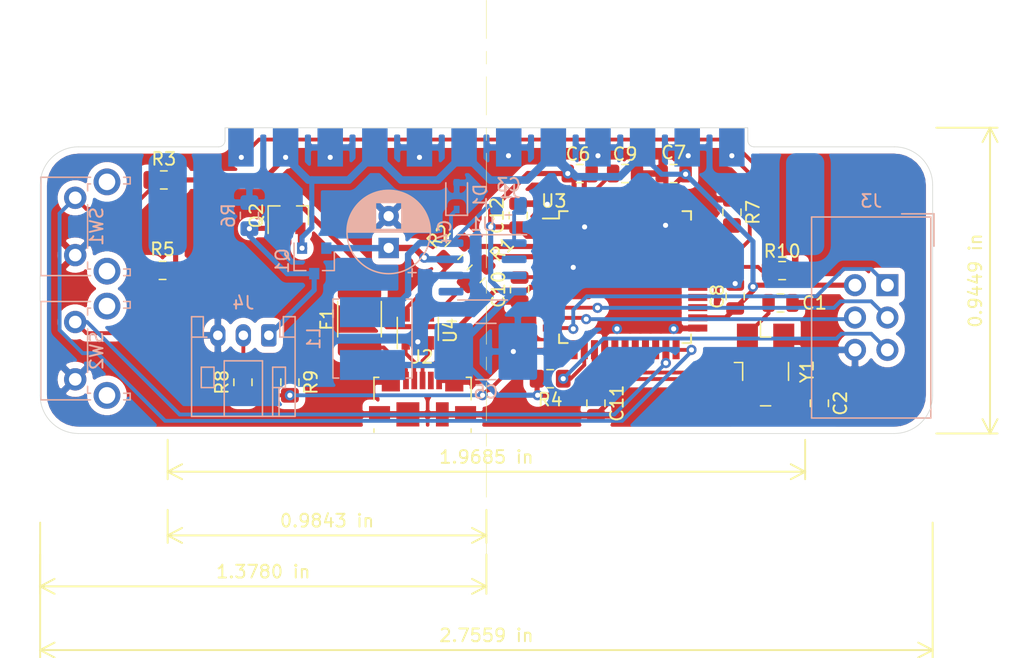
<source format=kicad_pcb>
(kicad_pcb (version 20171130) (host pcbnew "(5.1.5-0-10_14)")
  (layers (0 F.Cu signal) (31 B.Cu signal) (34 B.Paste user) (35 F.Paste user) (36 B.SilkS user) (37 F.SilkS user) (38 B.Mask user) (39 F.Mask user) (44 Edge.Cuts user))
  (net 0 "")
  (net 1 "Net-(U3-Pad1)")
  (net 2 "Net-(U3-Pad8)")
  (net 3 "Net-(U3-Pad18)")
  (net 4 "Net-(U3-Pad19)")
  (net 5 "Net-(U3-Pad20)")
  (net 6 "Net-(U3-Pad25)")
  (net 7 "Net-(U3-Pad26)")
  (net 8 "Net-(U3-Pad27)")
  (net 9 "Net-(U3-Pad28)")
  (net 10 "Net-(U3-Pad31)")
  (net 11 "Net-(U3-Pad32)")
  (net 12 "Net-(U3-Pad36)")
  (net 13 "Net-(U3-Pad37)")
  (net 14 "Net-(U3-Pad38)")
  (net 15 "Net-(U3-Pad39)")
  (net 16 "Net-(U3-Pad40)")
  (net 17 "Net-(U3-Pad41)")
  (net 18 "Net-(C1-Pad1)")
  (net 19 "Net-(C2-Pad1)")
  (net 20 "Net-(C3-Pad1)")
  (net 21 "Net-(C3-Pad2)")
  (net 22 "Net-(C4-Pad1)")
  (net 23 "Net-(F1-Pad2)")
  (net 24 "Net-(J2-Pad2)")
  (net 25 "Net-(J2-Pad3)")
  (net 26 "Net-(J2-Pad4)")
  (net 27 "Net-(R1-Pad2)")
  (net 28 "Net-(R2-Pad2)")
  (net 29 VBUS)
  (net 30 GND)
  (net 31 +5V)
  (net 32 "Net-(C9-Pad2)")
  (net 33 "Net-(C10-Pad2)")
  (net 34 +12V)
  (net 35 D+)
  (net 36 D-)
  (net 37 SW1)
  (net 38 SW2)
  (net 39 "Net-(R7-Pad2)")
  (net 40 "Net-(U1-Pad2)")
  (net 41 "Net-(U1-Pad3)")
  (net 42 "Net-(U1-Pad5)")
  (net 43 SCK)
  (net 44 MOSI)
  (net 45 MISO)
  (net 46 NEO)
  (net 47 ROPT)
  (net 48 ~RST)
  (net 49 "Net-(J4-Pad2)")
  (net 50 SENSOR)
  (module led_lib:SquarePad (layer B.Cu) (at 115 72)
    (fp_text reference REF** hide)
    (fp_text value SquarePad hide)
    (pad 1 smd roundrect (at 0 0) (size 3 8) (layers B.Cu B.Paste B.Mask))
  )
  (module led_lib:SquarePad (layer B.Cu) (at 165 72)
    (fp_text reference REF** hide)
    (fp_text value SquarePad hide)
    (pad 1 smd roundrect (at 0 0) (size 3 8) (layers B.Cu B.Paste B.Mask))
  )
  (module Package_QFP:TQFP-44_10x10mm_P0.8mm (layer F.Cu) (at 150.876 77.724)
    (fp_text reference U3 (at -5.588 -5.969) (layer F.SilkS))
    (fp_text value ATmega32U4-AU)
    (pad 1 smd rect (at -5.7 -4) (size 1.5 0.55) (layers F.Cu F.Paste F.Mask) (net 1 "Net-(U3-Pad1)"))
    (pad 2 smd rect (at -5.7 -3.2) (size 1.5 0.55) (layers F.Cu F.Paste F.Mask) (net 31 +5V))
    (pad 3 smd rect (at -5.7 -2.4) (size 1.5 0.55) (layers F.Cu F.Paste F.Mask) (net 36 D-))
    (pad 4 smd rect (at -5.7 -1.6) (size 1.5 0.55) (layers F.Cu F.Paste F.Mask) (net 35 D+))
    (pad 5 smd rect (at -5.7 -0.8) (size 1.5 0.55) (layers F.Cu F.Paste F.Mask) (net 30 GND))
    (pad 6 smd rect (at -5.7 0) (size 1.5 0.55) (layers F.Cu F.Paste F.Mask) (net 33 "Net-(C10-Pad2)"))
    (pad 7 smd rect (at -5.7 0.8) (size 1.5 0.55) (layers F.Cu F.Paste F.Mask) (net 29 VBUS))
    (pad 8 smd rect (at -5.7 1.6) (size 1.5 0.55) (layers F.Cu F.Paste F.Mask) (net 2 "Net-(U3-Pad8)"))
    (pad 9 smd rect (at -5.7 2.4) (size 1.5 0.55) (layers F.Cu F.Paste F.Mask) (net 43 SCK))
    (pad 10 smd rect (at -5.7 3.2) (size 1.5 0.55) (layers F.Cu F.Paste F.Mask) (net 44 MOSI))
    (pad 11 smd rect (at -5.7 4) (size 1.5 0.55) (layers F.Cu F.Paste F.Mask) (net 45 MISO))
    (pad 12 smd rect (at -4 5.7 90) (size 1.5 0.55) (layers F.Cu F.Paste F.Mask) (net 50 SENSOR))
    (pad 13 smd rect (at -3.2 5.7 90) (size 1.5 0.55) (layers F.Cu F.Paste F.Mask) (net 48 ~RST))
    (pad 14 smd rect (at -2.4 5.7 90) (size 1.5 0.55) (layers F.Cu F.Paste F.Mask) (net 31 +5V))
    (pad 15 smd rect (at -1.6 5.7 90) (size 1.5 0.55) (layers F.Cu F.Paste F.Mask) (net 30 GND))
    (pad 16 smd rect (at -0.8 5.7 90) (size 1.5 0.55) (layers F.Cu F.Paste F.Mask) (net 19 "Net-(C2-Pad1)"))
    (pad 17 smd rect (at 0 5.7 90) (size 1.5 0.55) (layers F.Cu F.Paste F.Mask) (net 18 "Net-(C1-Pad1)"))
    (pad 18 smd rect (at 0.8 5.7 90) (size 1.5 0.55) (layers F.Cu F.Paste F.Mask) (net 3 "Net-(U3-Pad18)"))
    (pad 19 smd rect (at 1.6 5.7 90) (size 1.5 0.55) (layers F.Cu F.Paste F.Mask) (net 4 "Net-(U3-Pad19)"))
    (pad 20 smd rect (at 2.4 5.7 90) (size 1.5 0.55) (layers F.Cu F.Paste F.Mask) (net 5 "Net-(U3-Pad20)"))
    (pad 21 smd rect (at 3.2 5.7 90) (size 1.5 0.55) (layers F.Cu F.Paste F.Mask) (net 38 SW2))
    (pad 22 smd rect (at 4 5.7 90) (size 1.5 0.55) (layers F.Cu F.Paste F.Mask) (net 37 SW1))
    (pad 23 smd rect (at 5.7 4) (size 1.5 0.55) (layers F.Cu F.Paste F.Mask) (net 30 GND))
    (pad 24 smd rect (at 5.7 3.2) (size 1.5 0.55) (layers F.Cu F.Paste F.Mask) (net 31 +5V))
    (pad 25 smd rect (at 5.7 2.4) (size 1.5 0.55) (layers F.Cu F.Paste F.Mask) (net 6 "Net-(U3-Pad25)"))
    (pad 26 smd rect (at 5.7 1.6) (size 1.5 0.55) (layers F.Cu F.Paste F.Mask) (net 7 "Net-(U3-Pad26)"))
    (pad 27 smd rect (at 5.7 0.8) (size 1.5 0.55) (layers F.Cu F.Paste F.Mask) (net 8 "Net-(U3-Pad27)"))
    (pad 28 smd rect (at 5.7 0) (size 1.5 0.55) (layers F.Cu F.Paste F.Mask) (net 9 "Net-(U3-Pad28)"))
    (pad 29 smd rect (at 5.7 -0.8) (size 1.5 0.55) (layers F.Cu F.Paste F.Mask) (net 47 ROPT))
    (pad 30 smd rect (at 5.7 -1.6) (size 1.5 0.55) (layers F.Cu F.Paste F.Mask) (net 46 NEO))
    (pad 31 smd rect (at 5.7 -2.4) (size 1.5 0.55) (layers F.Cu F.Paste F.Mask) (net 10 "Net-(U3-Pad31)"))
    (pad 32 smd rect (at 5.7 -3.2) (size 1.5 0.55) (layers F.Cu F.Paste F.Mask) (net 11 "Net-(U3-Pad32)"))
    (pad 33 smd rect (at 5.7 -4) (size 1.5 0.55) (layers F.Cu F.Paste F.Mask) (net 39 "Net-(R7-Pad2)"))
    (pad 34 smd rect (at 4 -5.7 90) (size 1.5 0.55) (layers F.Cu F.Paste F.Mask) (net 31 +5V))
    (pad 35 smd rect (at 3.2 -5.7 90) (size 1.5 0.55) (layers F.Cu F.Paste F.Mask) (net 30 GND))
    (pad 36 smd rect (at 2.4 -5.7 90) (size 1.5 0.55) (layers F.Cu F.Paste F.Mask) (net 12 "Net-(U3-Pad36)"))
    (pad 37 smd rect (at 1.6 -5.7 90) (size 1.5 0.55) (layers F.Cu F.Paste F.Mask) (net 13 "Net-(U3-Pad37)"))
    (pad 38 smd rect (at 0.8 -5.7 90) (size 1.5 0.55) (layers F.Cu F.Paste F.Mask) (net 14 "Net-(U3-Pad38)"))
    (pad 39 smd rect (at 0 -5.7 90) (size 1.5 0.55) (layers F.Cu F.Paste F.Mask) (net 15 "Net-(U3-Pad39)"))
    (pad 40 smd rect (at -0.8 -5.7 90) (size 1.5 0.55) (layers F.Cu F.Paste F.Mask) (net 16 "Net-(U3-Pad40)"))
    (pad 41 smd rect (at -1.6 -5.7 90) (size 1.5 0.55) (layers F.Cu F.Paste F.Mask) (net 17 "Net-(U3-Pad41)"))
    (pad 42 smd rect (at -2.4 -5.7 90) (size 1.5 0.55) (layers F.Cu F.Paste F.Mask) (net 32 "Net-(C9-Pad2)"))
    (pad 43 smd rect (at -3.2 -5.7 90) (size 1.5 0.55) (layers F.Cu F.Paste F.Mask) (net 30 GND))
    (pad 44 smd rect (at -4 -5.7 90) (size 1.5 0.55) (layers F.Cu F.Paste F.Mask) (net 31 +5V))
  )
  (module Capacitor_SMD:C_0805_2012Metric (layer F.Cu) (at 163.068 79.756)
    (fp_text reference C1 (at 2.667 0) (layer F.SilkS))
    (fp_text value 22pF)
    (pad 1 smd roundrect (at -0.9375 0) (size 0.975 1.4) (layers F.Cu F.Paste F.Mask) (net 18 "Net-(C1-Pad1)"))
    (pad 2 smd roundrect (at 0.9375 0) (size 0.975 1.4) (layers F.Cu F.Paste F.Mask) (net 30 GND))
  )
  (module Capacitor_SMD:C_0805_2012Metric (layer F.Cu) (at 166.116 87.63 270)
    (fp_text reference C2 (at 0 -1.65 90) (layer F.SilkS))
    (fp_text value 22pF)
    (pad 2 smd roundrect (at 0.9375 0 270) (size 0.975 1.4) (layers F.Cu F.Paste F.Mask) (net 30 GND))
    (pad 1 smd roundrect (at -0.9375 0 270) (size 0.975 1.4) (layers F.Cu F.Paste F.Mask) (net 19 "Net-(C2-Pad1)"))
  )
  (module Capacitor_SMD:C_0805_2012Metric (layer B.Cu) (at 141.732 72.136 180)
    (fp_text reference C3 (at 0 1.65) (layer B.SilkS) (effects (justify mirror)))
    (fp_text value 10nF)
    (pad 1 smd roundrect (at -0.9375 0 180) (size 0.975 1.4) (layers B.Cu B.Paste B.Mask) (net 20 "Net-(C3-Pad1)"))
    (pad 2 smd roundrect (at 0.9375 0 180) (size 0.975 1.4) (layers B.Cu B.Paste B.Mask) (net 21 "Net-(C3-Pad2)"))
  )
  (module Capacitor_SMD:C_2816_7142Metric (layer B.Cu) (at 139.954 83.566)
    (fp_text reference C5 (at 0 3.18) (layer B.SilkS) (effects (justify mirror)))
    (fp_text value 68uF)
    (pad 1 smd roundrect (at -2.5125 0) (size 3.025 4.45) (layers B.Cu B.Paste B.Mask) (roundrect_rratio 0.082645) (net 31 +5V))
    (pad 2 smd roundrect (at 2.5125 0) (size 3.025 4.45) (layers B.Cu B.Paste B.Mask) (roundrect_rratio 0.082645) (net 30 GND))
  )
  (module Diode_SMD:D_SOD-323 (layer B.Cu) (at 137.668 71.374 90)
    (fp_text reference D1 (at 0 1.85 90) (layer B.SilkS) (effects (justify mirror)))
    (fp_text value D_Schottky)
    (pad 1 smd rect (at -1.05 0 90) (size 0.6 0.45) (layers B.Cu B.Paste B.Mask) (net 21 "Net-(C3-Pad2)"))
    (pad 2 smd rect (at 1.05 0 90) (size 0.6 0.45) (layers B.Cu B.Paste B.Mask) (net 30 GND))
  )
  (module Inductor_SMD:L_Bourns_SRN6045TA (layer B.Cu) (at 131.064 82.55 270)
    (fp_text reference L1 (at 0 4.6 90) (layer B.SilkS) (effects (justify mirror)))
    (fp_text value 47uH)
    (pad 1 smd rect (at -2.075 0 270) (size 2.35 5.1) (layers B.Cu B.Paste B.Mask) (net 21 "Net-(C3-Pad2)"))
    (pad 2 smd rect (at 2.075 0 270) (size 2.35 5.1) (layers B.Cu B.Paste B.Mask) (net 31 +5V))
  )
  (module Fuse:Fuse_1812_4532Metric_Pad1.30x3.40mm_HandSolder (layer F.Cu) (at 130.048 81.026 270)
    (fp_text reference F1 (at 0 2.54 90) (layer F.SilkS))
    (fp_text value Polyfuse_Small)
    (pad 1 smd roundrect (at -2.225 0 270) (size 1.3 3.4) (layers F.Cu F.Paste F.Mask) (roundrect_rratio 0.192308) (net 29 VBUS))
    (pad 2 smd roundrect (at 2.225 0 270) (size 1.3 3.4) (layers F.Cu F.Paste F.Mask) (roundrect_rratio 0.192308) (net 23 "Net-(F1-Pad2)"))
  )
  (module Connector_USB:USB_Micro-B_Molex_47346-0001 (layer F.Cu) (at 134.992 87.3)
    (fp_text reference J2 (at 0 -3.3 180) (layer F.SilkS))
    (fp_text value USB_B_Micro)
    (pad 1 smd rect (at -1.3 -1.46) (size 0.45 1.38) (layers F.Cu F.Paste F.Mask) (net 23 "Net-(F1-Pad2)"))
    (pad 2 smd rect (at -0.65 -1.46) (size 0.45 1.38) (layers F.Cu F.Paste F.Mask) (net 24 "Net-(J2-Pad2)"))
    (pad 3 smd rect (at 0 -1.46) (size 0.45 1.38) (layers F.Cu F.Paste F.Mask) (net 25 "Net-(J2-Pad3)"))
    (pad 4 smd rect (at 0.65 -1.46) (size 0.45 1.38) (layers F.Cu F.Paste F.Mask) (net 26 "Net-(J2-Pad4)"))
    (pad 5 smd rect (at 1.3 -1.46) (size 0.45 1.38) (layers F.Cu F.Paste F.Mask) (net 30 GND))
    (pad 6 smd rect (at -2.4875 -1.375) (size 1.425 1.55) (layers F.Cu F.Paste F.Mask) (net 30 GND))
    (pad 6 smd rect (at 2.4875 -1.375) (size 1.425 1.55) (layers F.Cu F.Paste F.Mask) (net 30 GND))
    (pad 6 smd rect (at -3.375 1.2) (size 1.65 1.3) (layers F.Cu F.Paste F.Mask) (net 30 GND))
    (pad 6 smd rect (at 3.375 1.2) (size 1.65 1.3) (layers F.Cu F.Paste F.Mask) (net 30 GND))
    (pad 6 smd rect (at -1.15 1.2) (size 1.8 1.9) (layers F.Cu F.Paste F.Mask) (net 30 GND))
    (pad 6 smd rect (at 1.55 1.2) (size 1 1.9) (layers F.Cu F.Paste F.Mask) (net 30 GND))
  )
  (module Resistor_SMD:R_0805_2012Metric_Pad1.15x1.40mm_HandSolder (layer F.Cu) (at 139.192 77.47 225)
    (fp_text reference R1 (at -2.783879 -0.089803 45) (layer F.SilkS))
    (fp_text value 22)
    (pad 1 smd roundrect (at -1.025 0 225) (size 1.15 1.4) (layers F.Cu F.Paste F.Mask) (roundrect_rratio 0.217391) (net 35 D+))
    (pad 2 smd roundrect (at 1.025 0 225) (size 1.15 1.4) (layers F.Cu F.Paste F.Mask) (roundrect_rratio 0.217391) (net 27 "Net-(R1-Pad2)"))
  )
  (module Resistor_SMD:R_0805_2012Metric_Pad1.15x1.40mm_HandSolder (layer F.Cu) (at 137.451216 75.654784 225)
    (fp_text reference R2 (at 0.052631 1.616446 45) (layer F.SilkS))
    (fp_text value 22)
    (pad 2 smd roundrect (at 1.025 0 225) (size 1.15 1.4) (layers F.Cu F.Paste F.Mask) (roundrect_rratio 0.217391) (net 28 "Net-(R2-Pad2)"))
    (pad 1 smd roundrect (at -1.025 0 225) (size 1.15 1.4) (layers F.Cu F.Paste F.Mask) (roundrect_rratio 0.217391) (net 36 D-))
  )
  (module Package_TO_SOT_SMD:SOT-23-6 (layer F.Cu) (at 134.62 81.788 90)
    (fp_text reference U4 (at -0.127 2.54 90) (layer F.SilkS))
    (fp_text value USBLC6-2SC6)
    (pad 1 smd rect (at -1.1 -0.95 90) (size 1.06 0.65) (layers F.Cu F.Paste F.Mask) (net 24 "Net-(J2-Pad2)"))
    (pad 2 smd rect (at -1.1 0 90) (size 1.06 0.65) (layers F.Cu F.Paste F.Mask) (net 30 GND))
    (pad 3 smd rect (at -1.1 0.95 90) (size 1.06 0.65) (layers F.Cu F.Paste F.Mask) (net 25 "Net-(J2-Pad3)"))
    (pad 4 smd rect (at 1.1 0.95 90) (size 1.06 0.65) (layers F.Cu F.Paste F.Mask) (net 27 "Net-(R1-Pad2)"))
    (pad 6 smd rect (at 1.1 -0.95 90) (size 1.06 0.65) (layers F.Cu F.Paste F.Mask) (net 28 "Net-(R2-Pad2)"))
    (pad 5 smd rect (at 1.1 0 90) (size 1.06 0.65) (layers F.Cu F.Paste F.Mask) (net 29 VBUS))
  )
  (module lib:PCBEdge_x12 (layer B.Cu) (at 155.75 67.549001 180)
    (fp_text reference J1 (at 13.910999 -3.450999) (layer B.SilkS) (effects (justify mirror)))
    (fp_text value Conn_01x12_Male)
    (pad 1 connect rect (at -3.5 0 180) (size 2 3) (layers B.Cu B.Mask) (net 46 NEO))
    (pad 2 connect rect (at 0 0 180) (size 2 3) (layers B.Cu B.Mask) (net 30 GND))
    (pad 3 connect rect (at 3.5 0 180) (size 2 3) (layers B.Cu B.Mask) (net 31 +5V))
    (pad 4 connect rect (at 7 0 180) (size 2 3) (layers B.Cu B.Mask) (net 30 GND))
    (pad 5 connect rect (at 10.5 0 180) (size 2 3) (layers B.Cu B.Mask) (net 31 +5V))
    (pad 6 connect rect (at 14 0 180) (size 2 3) (layers B.Cu B.Mask) (net 30 GND))
    (pad 7 connect rect (at 17.5 0) (size 2 3) (layers B.Cu B.Mask) (net 31 +5V))
    (pad 8 connect rect (at 21 0 180) (size 2 3) (layers B.Cu B.Mask) (net 30 GND))
    (pad 9 connect rect (at 24.5 0 180) (size 2 3) (layers B.Cu B.Mask) (net 31 +5V))
    (pad 10 connect rect (at 28 0 180) (size 2 3) (layers B.Cu B.Mask) (net 30 GND))
    (pad 11 connect rect (at 31.5 0 180) (size 2 3) (layers B.Cu B.Mask) (net 31 +5V))
    (pad 12 connect rect (at 35 0 180) (size 2 3) (layers B.Cu B.Mask) (net 47 ROPT))
  )
  (module Capacitor_THT:CP_Radial_D6.3mm_P2.50mm (layer B.Cu) (at 132.334 75.438 90)
    (fp_text reference C4 (at 1.25 4.4 90) (layer B.SilkS) (effects (justify mirror)))
    (fp_text value 100uF)
    (pad 1 thru_hole rect (at 0 0 90) (size 1.6 1.6) (drill 0.8) (layers *.Cu *.Mask) (net 22 "Net-(C4-Pad1)"))
    (pad 2 thru_hole circle (at 2.5 0 90) (size 1.6 1.6) (drill 0.8) (layers *.Cu *.Mask) (net 30 GND))
  )
  (module Capacitor_SMD:C_0805_2012Metric (layer F.Cu) (at 147.32 69.596 180)
    (fp_text reference C6 (at 0.127 1.524) (layer F.SilkS))
    (fp_text value 0.1uF)
    (pad 2 smd roundrect (at 0.9375 0 180) (size 0.975 1.4) (layers F.Cu F.Paste F.Mask) (net 31 +5V))
    (pad 1 smd roundrect (at -0.9375 0 180) (size 0.975 1.4) (layers F.Cu F.Paste F.Mask) (net 30 GND))
  )
  (module Capacitor_SMD:C_0805_2012Metric (layer F.Cu) (at 154.686 69.596)
    (fp_text reference C7 (at 0 -1.65) (layer F.SilkS))
    (fp_text value 0.1uF)
    (pad 1 smd roundrect (at -0.9375 0) (size 0.975 1.4) (layers F.Cu F.Paste F.Mask) (net 30 GND))
    (pad 2 smd roundrect (at 0.9375 0) (size 0.975 1.4) (layers F.Cu F.Paste F.Mask) (net 31 +5V))
  )
  (module Capacitor_SMD:C_0805_2012Metric (layer F.Cu) (at 159.512 79.248 270)
    (fp_text reference C8 (at 0 1.397 90) (layer F.SilkS))
    (fp_text value 0.1uF)
    (pad 1 smd roundrect (at -0.9375 0 270) (size 0.975 1.4) (layers F.Cu F.Paste F.Mask) (net 30 GND))
    (pad 2 smd roundrect (at 0.9375 0 270) (size 0.975 1.4) (layers F.Cu F.Paste F.Mask) (net 31 +5V))
  )
  (module Capacitor_SMD:C_0805_2012Metric (layer F.Cu) (at 150.876 69.596 180)
    (fp_text reference C9 (at 0 1.524) (layer F.SilkS))
    (fp_text value 0.1uF)
    (pad 2 smd roundrect (at 0.9375 0 180) (size 0.975 1.4) (layers F.Cu F.Paste F.Mask) (net 32 "Net-(C9-Pad2)"))
    (pad 1 smd roundrect (at -0.9375 0 180) (size 0.975 1.4) (layers F.Cu F.Paste F.Mask) (net 30 GND))
  )
  (module Capacitor_SMD:C_0805_2012Metric (layer F.Cu) (at 142.6 78.7 90)
    (fp_text reference C10 (at 0 -1.65 90) (layer F.SilkS))
    (fp_text value 1uF)
    (pad 1 smd roundrect (at -0.9375 0 90) (size 0.975 1.4) (layers F.Cu F.Paste F.Mask) (net 30 GND))
    (pad 2 smd roundrect (at 0.9375 0 90) (size 0.975 1.4) (layers F.Cu F.Paste F.Mask) (net 33 "Net-(C10-Pad2)"))
  )
  (module Package_TO_SOT_SMD:SOT-23 (layer B.Cu) (at 126.492 76.454 270)
    (fp_text reference Q1 (at 0 2.5 270) (layer B.SilkS) (effects (justify mirror)))
    (fp_text value BSS84)
    (pad 3 smd rect (at 1 0 270) (size 0.9 0.8) (layers B.Cu B.Paste B.Mask) (net 34 +12V))
    (pad 2 smd rect (at -1 -0.95 270) (size 0.9 0.8) (layers B.Cu B.Paste B.Mask) (net 22 "Net-(C4-Pad1)"))
    (pad 1 smd rect (at -1 0.95 270) (size 0.9 0.8) (layers B.Cu B.Paste B.Mask) (net 31 +5V))
  )
  (module Package_TO_SOT_SMD:SOT-23 (layer F.Cu) (at 124.46 72.898 90)
    (fp_text reference Q2 (at 0 -2.5 90) (layer F.SilkS))
    (fp_text value BSS84)
    (pad 1 smd rect (at -1 -0.95 90) (size 0.9 0.8) (layers F.Cu F.Paste F.Mask) (net 34 +12V))
    (pad 2 smd rect (at -1 0.95 90) (size 0.9 0.8) (layers F.Cu F.Paste F.Mask) (net 31 +5V))
    (pad 3 smd rect (at 1 0 90) (size 0.9 0.8) (layers F.Cu F.Paste F.Mask) (net 29 VBUS))
  )
  (module Resistor_SMD:R_0805_2012Metric_Pad1.15x1.40mm_HandSolder (layer F.Cu) (at 114.7 70.1)
    (fp_text reference R3 (at 0 -1.65) (layer F.SilkS))
    (fp_text value 47k)
    (pad 2 smd roundrect (at 1.025 0) (size 1.15 1.4) (layers F.Cu F.Paste F.Mask) (roundrect_rratio 0.217391) (net 31 +5V))
    (pad 1 smd roundrect (at -1.025 0) (size 1.15 1.4) (layers F.Cu F.Paste F.Mask) (roundrect_rratio 0.217391) (net 37 SW1))
  )
  (module Resistor_SMD:R_0805_2012Metric_Pad1.15x1.40mm_HandSolder (layer F.Cu) (at 145 85.7 180)
    (fp_text reference R4 (at 0 -1.65) (layer F.SilkS))
    (fp_text value 10k)
    (pad 1 smd roundrect (at -1.025 0 180) (size 1.15 1.4) (layers F.Cu F.Paste F.Mask) (roundrect_rratio 0.217391) (net 48 ~RST))
    (pad 2 smd roundrect (at 1.025 0 180) (size 1.15 1.4) (layers F.Cu F.Paste F.Mask) (roundrect_rratio 0.217391) (net 31 +5V))
  )
  (module Resistor_SMD:R_0805_2012Metric_Pad1.15x1.40mm_HandSolder (layer F.Cu) (at 114.6 77.2)
    (fp_text reference R5 (at 0 -1.65) (layer F.SilkS))
    (fp_text value 47k)
    (pad 1 smd roundrect (at -1.025 0) (size 1.15 1.4) (layers F.Cu F.Paste F.Mask) (roundrect_rratio 0.217391) (net 38 SW2))
    (pad 2 smd roundrect (at 1.025 0) (size 1.15 1.4) (layers F.Cu F.Paste F.Mask) (roundrect_rratio 0.217391) (net 31 +5V))
  )
  (module Resistor_SMD:R_0805_2012Metric_Pad1.15x1.40mm_HandSolder (layer B.Cu) (at 121.412 72.898 270)
    (fp_text reference R6 (at 0 1.65 90) (layer B.SilkS) (effects (justify mirror)))
    (fp_text value 100k)
    (pad 1 smd roundrect (at -1.025 0 270) (size 1.15 1.4) (layers B.Cu B.Paste B.Mask) (roundrect_rratio 0.217391) (net 30 GND))
    (pad 2 smd roundrect (at 1.025 0 270) (size 1.15 1.4) (layers B.Cu B.Paste B.Mask) (roundrect_rratio 0.217391) (net 34 +12V))
  )
  (module Resistor_SMD:R_0805_2012Metric_Pad1.15x1.40mm_HandSolder (layer F.Cu) (at 159.258 72.644 270)
    (fp_text reference R7 (at 0 -1.65 90) (layer F.SilkS))
    (fp_text value 10k)
    (pad 2 smd roundrect (at 1.025 0 270) (size 1.15 1.4) (layers F.Cu F.Paste F.Mask) (roundrect_rratio 0.217391) (net 39 "Net-(R7-Pad2)"))
    (pad 1 smd roundrect (at -1.025 0 270) (size 1.15 1.4) (layers F.Cu F.Paste F.Mask) (roundrect_rratio 0.217391) (net 30 GND))
  )
  (module Package_SO:SOIC-8_3.9x4.9mm_P1.27mm (layer B.Cu) (at 139.7 76.962 180)
    (fp_text reference U1 (at 0 3.4) (layer B.SilkS) (effects (justify mirror)))
    (fp_text value LM2675M-5)
    (pad 1 smd roundrect (at -2.475 1.905 180) (size 1.95 0.6) (layers B.Cu B.Paste B.Mask) (net 20 "Net-(C3-Pad1)"))
    (pad 2 smd roundrect (at -2.475 0.635 180) (size 1.95 0.6) (layers B.Cu B.Paste B.Mask) (net 40 "Net-(U1-Pad2)"))
    (pad 3 smd roundrect (at -2.475 -0.635 180) (size 1.95 0.6) (layers B.Cu B.Paste B.Mask) (net 41 "Net-(U1-Pad3)"))
    (pad 4 smd roundrect (at -2.475 -1.905 180) (size 1.95 0.6) (layers B.Cu B.Paste B.Mask) (net 31 +5V))
    (pad 5 smd roundrect (at 2.475 -1.905 180) (size 1.95 0.6) (layers B.Cu B.Paste B.Mask) (net 42 "Net-(U1-Pad5)"))
    (pad 6 smd roundrect (at 2.475 -0.635 180) (size 1.95 0.6) (layers B.Cu B.Paste B.Mask) (net 30 GND))
    (pad 7 smd roundrect (at 2.475 0.635 180) (size 1.95 0.6) (layers B.Cu B.Paste B.Mask) (net 22 "Net-(C4-Pad1)"))
    (pad 8 smd roundrect (at 2.475 1.905 180) (size 1.95 0.6) (layers B.Cu B.Paste B.Mask) (net 21 "Net-(C3-Pad2)"))
  )
  (module Crystal:Crystal_SMD_EuroQuartz_MJ-4Pin_5.0x3.2mm_HandSoldering (layer F.Cu) (at 161.897 85.129 270)
    (fp_text reference Y1 (at 0 -3.25 90) (layer F.SilkS))
    (fp_text value Crystal_GND24_Small)
    (pad 1 smd rect (at -2.325 1.425 270) (size 2.85 1.65) (layers F.Cu F.Paste F.Mask) (net 18 "Net-(C1-Pad1)"))
    (pad 2 smd rect (at 2.325 1.425 270) (size 2.85 1.65) (layers F.Cu F.Paste F.Mask) (net 30 GND))
    (pad 3 smd rect (at 2.325 -1.425 270) (size 2.85 1.65) (layers F.Cu F.Paste F.Mask) (net 19 "Net-(C2-Pad1)"))
    (pad 4 smd rect (at -2.325 -1.425 270) (size 2.85 1.65) (layers F.Cu F.Paste F.Mask) (net 30 GND))
  )
  (module Capacitor_SMD:C_0805_2012Metric (layer F.Cu) (at 148.59 87.63 270)
    (fp_text reference C11 (at 0 -1.65 90) (layer F.SilkS))
    (fp_text value 0.1uF)
    (pad 1 smd roundrect (at -0.9375 0 270) (size 0.975 1.4) (layers F.Cu F.Paste F.Mask) (net 31 +5V))
    (pad 2 smd roundrect (at 0.9375 0 270) (size 0.975 1.4) (layers F.Cu F.Paste F.Mask) (net 30 GND))
  )
  (module Button_Switch_THT:SW_Tactile_SPST_Angled_PTS645Vx58-2LFS (layer B.Cu) (at 107.75 71.5 270)
    (fp_text reference SW1 (at 2.25 -1.68 90) (layer B.SilkS) (effects (justify mirror)))
    (fp_text value SW_Push)
    (pad "" thru_hole circle (at 5.76 -2.49 270) (size 2.1 2.1) (drill 1.3) (layers *.Cu *.Mask))
    (pad 2 thru_hole circle (at 4.5 0 270) (size 1.75 1.75) (drill 0.99) (layers *.Cu *.Mask) (net 30 GND))
    (pad 1 thru_hole circle (at 0 0 270) (size 1.75 1.75) (drill 0.99) (layers *.Cu *.Mask) (net 37 SW1))
    (pad "" thru_hole circle (at -1.25 -2.49 270) (size 2.1 2.1) (drill 1.3) (layers *.Cu *.Mask))
  )
  (module Button_Switch_THT:SW_Tactile_SPST_Angled_PTS645Vx58-2LFS (layer B.Cu) (at 107.75 81.25 270)
    (fp_text reference SW2 (at 2.25 -1.68 90) (layer B.SilkS) (effects (justify mirror)))
    (fp_text value SW_Push)
    (pad "" thru_hole circle (at -1.25 -2.49 270) (size 2.1 2.1) (drill 1.3) (layers *.Cu *.Mask))
    (pad 1 thru_hole circle (at 0 0 270) (size 1.75 1.75) (drill 0.99) (layers *.Cu *.Mask) (net 38 SW2))
    (pad 2 thru_hole circle (at 4.5 0 270) (size 1.75 1.75) (drill 0.99) (layers *.Cu *.Mask) (net 30 GND))
    (pad "" thru_hole circle (at 5.76 -2.49 270) (size 2.1 2.1) (drill 1.3) (layers *.Cu *.Mask))
  )
  (module Connector_IDC:IDC-Header_2x03_P2.54mm_Vertical (layer B.Cu) (at 171.45 78.359 180)
    (fp_text reference J3 (at 1.27 6.604 180) (layer B.SilkS) (effects (justify mirror)))
    (fp_text value Conn_02x03_Odd_Even)
    (pad 1 thru_hole rect (at 0 0 180) (size 1.7272 1.7272) (drill 1.016) (layers *.Cu *.Mask) (net 45 MISO))
    (pad 2 thru_hole oval (at 2.54 0 180) (size 1.7272 1.7272) (drill 1.016) (layers *.Cu *.Mask) (net 31 +5V))
    (pad 3 thru_hole oval (at 0 -2.54 180) (size 1.7272 1.7272) (drill 1.016) (layers *.Cu *.Mask) (net 43 SCK))
    (pad 4 thru_hole oval (at 2.54 -2.54 180) (size 1.7272 1.7272) (drill 1.016) (layers *.Cu *.Mask) (net 44 MOSI))
    (pad 5 thru_hole oval (at 0 -5.08 180) (size 1.7272 1.7272) (drill 1.016) (layers *.Cu *.Mask) (net 48 ~RST))
    (pad 6 thru_hole oval (at 2.54 -5.08 180) (size 1.7272 1.7272) (drill 1.016) (layers *.Cu *.Mask) (net 30 GND))
  )
  (module Connector_JST:JST_PH_S3B-PH-K_1x03_P2.00mm_Horizontal (layer B.Cu) (at 122.936 82.296 180)
    (fp_text reference J4 (at 2 2.55) (layer B.SilkS) (effects (justify mirror)))
    (fp_text value Conn_01x03_Male)
    (pad 1 thru_hole roundrect (at 0 0 180) (size 1.2 1.75) (drill 0.75) (layers *.Cu *.Mask) (roundrect_rratio 0.208333) (net 34 +12V))
    (pad 2 thru_hole oval (at 2 0 180) (size 1.2 1.75) (drill 0.75) (layers *.Cu *.Mask) (net 49 "Net-(J4-Pad2)"))
    (pad 3 thru_hole oval (at 4 0 180) (size 1.2 1.75) (drill 0.75) (layers *.Cu *.Mask) (net 30 GND))
  )
  (module Resistor_SMD:R_0805_2012Metric_Pad1.15x1.40mm_HandSolder (layer F.Cu) (at 120.904 85.979 90)
    (fp_text reference R8 (at 0 -1.65 90) (layer F.SilkS))
    (fp_text value 100k)
    (pad 2 smd roundrect (at 1.025 0 90) (size 1.15 1.4) (layers F.Cu F.Paste F.Mask) (roundrect_rratio 0.217391) (net 49 "Net-(J4-Pad2)"))
    (pad 1 smd roundrect (at -1.025 0 90) (size 1.15 1.4) (layers F.Cu F.Paste F.Mask) (roundrect_rratio 0.217391) (net 50 SENSOR))
  )
  (module Resistor_SMD:R_0805_2012Metric_Pad1.15x1.40mm_HandSolder (layer F.Cu) (at 124.587 85.979 270)
    (fp_text reference R9 (at 0 -1.65 90) (layer F.SilkS))
    (fp_text value 50k)
    (pad 1 smd roundrect (at -1.025 0 270) (size 1.15 1.4) (layers F.Cu F.Paste F.Mask) (roundrect_rratio 0.217391) (net 30 GND))
    (pad 2 smd roundrect (at 1.025 0 270) (size 1.15 1.4) (layers F.Cu F.Paste F.Mask) (roundrect_rratio 0.217391) (net 50 SENSOR))
  )
  (module Capacitor_SMD:C_0805_2012Metric (layer F.Cu) (at 142.494 72.898 90)
    (fp_text reference C12 (at 0 -1.65 90) (layer F.SilkS))
    (fp_text value 0.1uF)
    (pad 1 smd roundrect (at -0.9375 0 90) (size 0.975 1.4) (layers F.Cu F.Paste F.Mask) (net 31 +5V))
    (pad 2 smd roundrect (at 0.9375 0 90) (size 0.975 1.4) (layers F.Cu F.Paste F.Mask) (net 30 GND))
  )
  (module Resistor_SMD:R_0805_2012Metric_Pad1.15x1.40mm_HandSolder (layer F.Cu) (at 163.195 77.216 180)
    (fp_text reference R10 (at 0 1.524) (layer F.SilkS))
    (fp_text value 47k)
    (pad 1 smd roundrect (at -1.025 0 180) (size 1.15 1.4) (layers F.Cu F.Paste F.Mask) (roundrect_rratio 0.217391) (net 30 GND))
    (pad 2 smd roundrect (at 1.025 0 180) (size 1.15 1.4) (layers F.Cu F.Paste F.Mask) (roundrect_rratio 0.217391) (net 47 ROPT))
  )
  (gr_arc (start 161 67) (end 160.5 67) (angle -90) (layer Edge.Cuts) (width 0.05))
  (gr_arc (start 119 67) (end 119 67.5) (angle -90) (layer Edge.Cuts) (width 0.05))
  (dimension 35 (width 0.15) (layer F.SilkS) (gr_text "35.000 mm" (at 122.5 103.3) (layer F.SilkS) (effects (font (size 1 1) (thickness 0.15)))) (feature1 (pts (xy 105 99.5) (xy 105 102.586421))) (feature2 (pts (xy 140 99.5) (xy 140 102.586421))) (crossbar (pts (xy 140 102) (xy 105 102))) (arrow1a (pts (xy 105 102) (xy 106.126504 101.413579))) (arrow1b (pts (xy 105 102) (xy 106.126504 102.586421))) (arrow2a (pts (xy 140 102) (xy 138.873496 101.413579))) (arrow2b (pts (xy 140 102) (xy 138.873496 102.586421))))
  (dimension 70 (width 0.15) (layer F.SilkS) (gr_text "70.000 mm" (at 140 108.3) (layer F.SilkS) (effects (font (size 1 1) (thickness 0.15)))) (feature1 (pts (xy 175 97) (xy 175 107.586421))) (feature2 (pts (xy 105 97) (xy 105 107.586421))) (crossbar (pts (xy 105 107) (xy 175 107))) (arrow1a (pts (xy 175 107) (xy 173.873496 107.586421))) (arrow1b (pts (xy 175 107) (xy 173.873496 106.413579))) (arrow2a (pts (xy 105 107) (xy 106.126504 107.586421))) (arrow2b (pts (xy 105 107) (xy 106.126504 106.413579))))
  (gr_arc (start 108 70.5) (end 108 67.5) (angle -90) (layer Edge.Cuts) (width 0.05))
  (gr_arc (start 172 70.5) (end 175 70.5) (angle -90) (layer Edge.Cuts) (width 0.05))
  (dimension 25 (width 0.15) (layer F.SilkS) (gr_text "25.000 mm" (at 127.5 99.3) (layer F.SilkS) (effects (font (size 1 1) (thickness 0.15)))) (feature1 (pts (xy 115 96) (xy 115 98.586421))) (feature2 (pts (xy 140 96) (xy 140 98.586421))) (crossbar (pts (xy 140 98) (xy 115 98))) (arrow1a (pts (xy 115 98) (xy 116.126504 97.413579))) (arrow1b (pts (xy 115 98) (xy 116.126504 98.586421))) (arrow2a (pts (xy 140 98) (xy 138.873496 97.413579))) (arrow2b (pts (xy 140 98) (xy 138.873496 98.586421))))
  (gr_line (start 140 98) (end 140 101) (layer F.SilkS) (width 0.05))
  (gr_line (start 140 96) (end 140 97) (layer F.SilkS) (width 0.05))
  (gr_line (start 140 92) (end 140 95) (layer F.SilkS) (width 0.05))
  (gr_line (start 140 84) (end 140 85) (layer F.SilkS) (width 0.05))
  (gr_line (start 140 80) (end 140 83) (layer F.SilkS) (width 0.05))
  (gr_line (start 140 86) (end 140 89) (layer F.SilkS) (width 0.05))
  (gr_line (start 140 90) (end 140 91) (layer F.SilkS) (width 0.05))
  (gr_line (start 140 60) (end 140 61) (layer F.SilkS) (width 0.05))
  (gr_line (start 140 56) (end 140 59) (layer F.SilkS) (width 0.05))
  (gr_line (start 140 62) (end 140 65) (layer F.SilkS) (width 0.05))
  (gr_line (start 140 66) (end 140 67) (layer F.SilkS) (width 0.05))
  (gr_line (start 140 78) (end 140 79) (layer F.SilkS) (width 0.05))
  (gr_line (start 140 74) (end 140 77) (layer F.SilkS) (width 0.05))
  (gr_line (start 140 72) (end 140 73) (layer F.SilkS) (width 0.05))
  (gr_line (start 140 68) (end 140 71) (layer F.SilkS) (width 0.05))
  (dimension 50 (width 0.15) (layer F.SilkS) (gr_text "50.000 mm" (at 140 94.3) (layer F.SilkS) (effects (font (size 1 1) (thickness 0.15)))) (feature1 (pts (xy 165 90.5) (xy 165 93.586421))) (feature2 (pts (xy 115 90.5) (xy 115 93.586421))) (crossbar (pts (xy 115 93) (xy 165 93))) (arrow1a (pts (xy 165 93) (xy 163.873496 93.586421))) (arrow1b (pts (xy 165 93) (xy 163.873496 92.413579))) (arrow2a (pts (xy 115 93) (xy 116.126504 93.586421))) (arrow2b (pts (xy 115 93) (xy 116.126504 92.413579))))
  (dimension 24 (width 0.15) (layer F.SilkS) (gr_text "24.000 mm" (at 180.8 78 90) (layer F.SilkS) (effects (font (size 1 1) (thickness 0.15)))) (feature1 (pts (xy 175.292 66) (xy 180.086421 66))) (feature2 (pts (xy 175.292 90) (xy 180.086421 90))) (crossbar (pts (xy 179.5 90) (xy 179.5 66))) (arrow1a (pts (xy 179.5 66) (xy 180.086421 67.126504))) (arrow1b (pts (xy 179.5 66) (xy 178.913579 67.126504))) (arrow2a (pts (xy 179.5 90) (xy 180.086421 88.873496))) (arrow2b (pts (xy 179.5 90) (xy 178.913579 88.873496))))
  (gr_arc (start 108 87) (end 105 87) (angle -90) (layer Edge.Cuts) (width 0.05))
  (gr_arc (start 172 87) (end 172 90) (angle -90) (layer Edge.Cuts) (width 0.05))
  (gr_line (start 119.5 67) (end 119.5 66) (layer Edge.Cuts) (width 0.05))
  (gr_line (start 108 67.5) (end 119 67.5) (layer Edge.Cuts) (width 0.05))
  (gr_line (start 105 87) (end 105 70.5) (layer Edge.Cuts) (width 0.05))
  (gr_line (start 172 90) (end 108 90) (layer Edge.Cuts) (width 0.05))
  (gr_line (start 175 70.5) (end 175 87) (layer Edge.Cuts) (width 0.05))
  (gr_line (start 161 67.5) (end 172 67.5) (layer Edge.Cuts) (width 0.05))
  (gr_line (start 160.5 66) (end 160.5 67) (layer Edge.Cuts) (width 0.05))
  (gr_line (start 119.5 66) (end 160.5 66) (layer Edge.Cuts) (width 0.05))
  (via (at 142.113 83.566) (size 0.8) (drill 0.4) (layers F.Cu B.Cu) (net 30))
  (via (at 159.512 78.232) (size 0.8) (drill 0.4) (layers F.Cu B.Cu) (net 30))
  (segment (start 162.1305 80.456) (end 162.1305 79.756) (width 0.3) (layer F.Cu) (net 18))
  (segment (start 162.1305 80.5665) (end 162.1305 80.456) (width 0.3) (layer F.Cu) (net 18))
  (segment (start 160.472 82.225) (end 162.1305 80.5665) (width 0.3) (layer F.Cu) (net 18))
  (segment (start 160.472 82.804) (end 160.472 82.225) (width 0.3) (layer F.Cu) (net 18))
  (segment (start 150.876 84.474) (end 150.876 83.424) (width 0.3) (layer F.Cu) (net 18))
  (segment (start 151.619 85.217) (end 150.876 84.474) (width 0.3) (layer F.Cu) (net 18))
  (segment (start 158.623 85.217) (end 151.619 85.217) (width 0.3) (layer F.Cu) (net 18))
  (segment (start 160.472 83.368) (end 158.623 85.217) (width 0.3) (layer F.Cu) (net 18))
  (segment (start 160.472 82.804) (end 160.472 83.368) (width 0.3) (layer F.Cu) (net 18))
  (segment (start 165.3545 87.454) (end 166.116 86.6925) (width 0.3) (layer F.Cu) (net 19))
  (segment (start 163.322 87.454) (end 165.3545 87.454) (width 0.3) (layer F.Cu) (net 19))
  (segment (start 151.257 85.725) (end 150.076 84.544) (width 0.3) (layer F.Cu) (net 19))
  (segment (start 159.320998 85.725) (end 151.257 85.725) (width 0.3) (layer F.Cu) (net 19))
  (segment (start 159.366999 85.678999) (end 159.320998 85.725) (width 0.3) (layer F.Cu) (net 19))
  (segment (start 150.076 84.474) (end 150.076 83.424) (width 0.3) (layer F.Cu) (net 19))
  (segment (start 161.577001 85.678999) (end 159.366999 85.678999) (width 0.3) (layer F.Cu) (net 19))
  (segment (start 161.623002 85.725) (end 161.577001 85.678999) (width 0.3) (layer F.Cu) (net 19))
  (segment (start 161.925 85.725) (end 161.623002 85.725) (width 0.3) (layer F.Cu) (net 19))
  (segment (start 163.322 87.122) (end 161.925 85.725) (width 0.3) (layer F.Cu) (net 19))
  (segment (start 150.076 84.544) (end 150.076 84.474) (width 0.3) (layer F.Cu) (net 19))
  (segment (start 163.322 87.454) (end 163.322 87.122) (width 0.3) (layer F.Cu) (net 19))
  (segment (start 142.175 72.6305) (end 142.6695 72.136) (width 0.3) (layer B.Cu) (net 20))
  (segment (start 142.175 75.057) (end 142.175 72.6305) (width 0.3) (layer B.Cu) (net 20))
  (segment (start 137.225 72.867) (end 137.668 72.424) (width 0.3) (layer B.Cu) (net 21))
  (segment (start 137.225 75.057) (end 137.225 72.867) (width 0.3) (layer B.Cu) (net 21))
  (segment (start 140.146 72.136) (end 140.7945 72.136) (width 0.3) (layer B.Cu) (net 21))
  (segment (start 137.225 75.057) (end 140.146 72.136) (width 0.3) (layer B.Cu) (net 21))
  (segment (start 136.25 75.057) (end 137.225 75.057) (width 0.5) (layer B.Cu) (net 21))
  (segment (start 134.758995 75.057) (end 136.25 75.057) (width 0.5) (layer B.Cu) (net 21))
  (segment (start 132.439 80.475) (end 133.858 79.056) (width 0.5) (layer B.Cu) (net 21))
  (segment (start 133.858 75.957995) (end 134.758995 75.057) (width 0.5) (layer B.Cu) (net 21))
  (segment (start 133.858 79.056) (end 133.858 75.957995) (width 0.5) (layer B.Cu) (net 21))
  (segment (start 131.064 80.475) (end 132.439 80.475) (width 0.5) (layer B.Cu) (net 21))
  (segment (start 132.318 75.454) (end 132.334 75.438) (width 0.5) (layer B.Cu) (net 22))
  (segment (start 127.442 75.454) (end 132.318 75.454) (width 0.5) (layer B.Cu) (net 22))
  (via (at 135.128 76.200018) (size 0.8) (drill 0.4) (layers F.Cu B.Cu) (net 22))
  (segment (start 135.254982 76.327) (end 135.128 76.200018) (width 0.5) (layer B.Cu) (net 22))
  (segment (start 132.334 75.438) (end 134.365982 75.438) (width 0.5) (layer F.Cu) (net 22))
  (segment (start 137.225 76.327) (end 135.254982 76.327) (width 0.5) (layer B.Cu) (net 22))
  (segment (start 134.365982 75.438) (end 135.128 76.200018) (width 0.5) (layer F.Cu) (net 22))
  (segment (start 131.748 83.251) (end 130.048 83.251) (width 0.3) (layer F.Cu) (net 23))
  (segment (start 131.948002 83.251) (end 131.748 83.251) (width 0.3) (layer F.Cu) (net 23))
  (segment (start 133.692 84.994998) (end 131.948002 83.251) (width 0.3) (layer F.Cu) (net 23))
  (segment (start 133.692 85.84) (end 133.692 84.994998) (width 0.3) (layer F.Cu) (net 23))
  (segment (start 134.342 84.85) (end 134.342 85.84) (width 0.3) (layer F.Cu) (net 24))
  (segment (start 134.342 84.39) (end 134.342 84.85) (width 0.3) (layer F.Cu) (net 24))
  (segment (start 133.67 83.718) (end 134.342 84.39) (width 0.3) (layer F.Cu) (net 24))
  (segment (start 133.67 82.888) (end 133.67 83.718) (width 0.3) (layer F.Cu) (net 24))
  (segment (start 135.57 83.718) (end 134.992 84.296) (width 0.3) (layer F.Cu) (net 25))
  (segment (start 134.992 84.85) (end 134.992 85.84) (width 0.3) (layer F.Cu) (net 25))
  (segment (start 134.992 84.296) (end 134.992 84.85) (width 0.3) (layer F.Cu) (net 25))
  (segment (start 135.57 82.888) (end 135.57 83.718) (width 0.3) (layer F.Cu) (net 25))
  (segment (start 135.974 80.688) (end 135.57 80.688) (width 0.3) (layer F.Cu) (net 27))
  (segment (start 138.467216 78.194784) (end 135.974 80.688) (width 0.3) (layer F.Cu) (net 27))
  (segment (start 133.67 80.217186) (end 133.67 80.688) (width 0.3) (layer F.Cu) (net 28))
  (segment (start 136.726432 77.160754) (end 133.67 80.217186) (width 0.3) (layer F.Cu) (net 28))
  (segment (start 136.726432 76.379568) (end 136.726432 77.160754) (width 0.3) (layer F.Cu) (net 28))
  (segment (start 134.619972 81.618028) (end 134.62 81.618) (width 0.4) (layer F.Cu) (net 29))
  (segment (start 130.048 79.451) (end 132.215029 81.618028) (width 0.4) (layer F.Cu) (net 29))
  (segment (start 132.215029 81.618028) (end 134.619972 81.618028) (width 0.4) (layer F.Cu) (net 29))
  (segment (start 130.048 78.801) (end 130.048 79.451) (width 0.4) (layer F.Cu) (net 29))
  (segment (start 134.62 81.618) (end 134.62 80.688) (width 0.4) (layer F.Cu) (net 29))
  (segment (start 143.222926 78.74999) (end 140.70601 78.74999) (width 0.4) (layer F.Cu) (net 29))
  (segment (start 143.448916 78.524) (end 143.222926 78.74999) (width 0.4) (layer F.Cu) (net 29))
  (segment (start 137.838 81.618) (end 134.62 81.618) (width 0.4) (layer F.Cu) (net 29))
  (segment (start 140.70601 78.74999) (end 137.838 81.618) (width 0.4) (layer F.Cu) (net 29))
  (segment (start 145.176 78.524) (end 143.448916 78.524) (width 0.4) (layer F.Cu) (net 29))
  (segment (start 125.26 71.898) (end 124.46 71.898) (width 0.4) (layer F.Cu) (net 29))
  (segment (start 130.048 76.686) (end 125.26 71.898) (width 0.4) (layer F.Cu) (net 29))
  (segment (start 130.048 78.801) (end 130.048 76.686) (width 0.4) (layer F.Cu) (net 29))
  (segment (start 154.076 69.9235) (end 153.7485 69.596) (width 0.4) (layer F.Cu) (net 30))
  (segment (start 154.076 72.024) (end 154.076 69.9235) (width 0.4) (layer F.Cu) (net 30))
  (segment (start 153.7485 69.596) (end 151.8135 69.596) (width 0.4) (layer F.Cu) (net 30))
  (segment (start 147.676 70.1775) (end 148.2575 69.596) (width 0.4) (layer F.Cu) (net 30))
  (segment (start 147.676 72.024) (end 147.676 70.1775) (width 0.4) (layer F.Cu) (net 30))
  (via (at 134.62 82.804) (size 0.8) (drill 0.4) (layers F.Cu B.Cu) (net 30))
  (segment (start 134.62 82.888) (end 134.62 82.804) (width 0.4) (layer F.Cu) (net 30))
  (segment (start 134.62 79.227) (end 136.25 77.597) (width 0.4) (layer B.Cu) (net 30))
  (segment (start 136.25 77.597) (end 137.225 77.597) (width 0.4) (layer B.Cu) (net 30))
  (segment (start 134.62 82.804) (end 134.62 79.227) (width 0.4) (layer B.Cu) (net 30))
  (via (at 154.686 81.788) (size 0.8) (drill 0.4) (layers F.Cu B.Cu) (net 30))
  (segment (start 154.75 81.724) (end 154.686 81.788) (width 0.4) (layer F.Cu) (net 30))
  (segment (start 156.576 81.724) (end 154.75 81.724) (width 0.4) (layer F.Cu) (net 30))
  (via (at 146.812 76.962) (size 0.8) (drill 0.4) (layers F.Cu B.Cu) (net 30))
  (segment (start 146.774 76.924) (end 146.812 76.962) (width 0.4) (layer F.Cu) (net 30))
  (segment (start 145.176 76.924) (end 146.774 76.924) (width 0.4) (layer F.Cu) (net 30))
  (segment (start 147.676 73.762) (end 147.701 73.787) (width 0.4) (layer F.Cu) (net 30))
  (via (at 147.701 73.787) (size 0.8) (drill 0.4) (layers F.Cu B.Cu) (net 30))
  (segment (start 147.676 72.024) (end 147.676 73.762) (width 0.4) (layer F.Cu) (net 30))
  (segment (start 154.076 73.635) (end 154.051 73.66) (width 0.4) (layer F.Cu) (net 30))
  (via (at 154.051 73.66) (size 0.8) (drill 0.4) (layers F.Cu B.Cu) (net 30))
  (segment (start 154.076 72.024) (end 154.076 73.635) (width 0.4) (layer F.Cu) (net 30))
  (via (at 144.78 72.009) (size 0.8) (drill 0.4) (layers F.Cu B.Cu) (net 30))
  (segment (start 144.7315 71.9605) (end 144.78 72.009) (width 0.4) (layer F.Cu) (net 30))
  (segment (start 142.494 71.9605) (end 144.7315 71.9605) (width 0.4) (layer F.Cu) (net 30))
  (segment (start 137.3945 85.84) (end 137.4795 85.925) (width 0.4) (layer F.Cu) (net 30))
  (segment (start 136.292 85.84) (end 137.3945 85.84) (width 0.4) (layer F.Cu) (net 30))
  (via (at 127.75 68.326) (size 0.8) (drill 0.4) (layers F.Cu B.Cu) (net 30))
  (segment (start 127.75 68.326) (end 134.75 68.326) (width 0.6) (layer F.Cu) (net 30))
  (via (at 134.75 68.326) (size 0.8) (drill 0.4) (layers F.Cu B.Cu) (net 30))
  (via (at 141.732 68.199) (size 0.8) (drill 0.4) (layers F.Cu B.Cu) (net 30))
  (segment (start 134.75 68.326) (end 141.605 68.326) (width 0.6) (layer F.Cu) (net 30))
  (segment (start 141.605 68.326) (end 141.732 68.199) (width 0.6) (layer F.Cu) (net 30))
  (segment (start 155.829 67.633315) (end 155.829 68.199) (width 0.6) (layer B.Cu) (net 30))
  (segment (start 155.75 67.549001) (end 155.829 67.628001) (width 0.6) (layer B.Cu) (net 30))
  (segment (start 155.829 67.628001) (end 155.829 67.633315) (width 0.6) (layer B.Cu) (net 30))
  (via (at 155.829 68.199) (size 0.8) (drill 0.4) (layers F.Cu B.Cu) (net 30))
  (segment (start 148.2575 69.596) (end 148.2575 68.6915) (width 0.4) (layer F.Cu) (net 30))
  (segment (start 141.732 68.199) (end 148.75 68.199) (width 0.6) (layer F.Cu) (net 30))
  (segment (start 155.829 68.199) (end 148.75 68.199) (width 0.6) (layer F.Cu) (net 30))
  (via (at 148.75 68.199) (size 0.8) (drill 0.4) (layers F.Cu B.Cu) (net 30))
  (segment (start 148.2575 68.6915) (end 148.75 68.199) (width 0.4) (layer F.Cu) (net 30))
  (segment (start 149.276 82.274) (end 149.762 81.788) (width 0.4) (layer F.Cu) (net 30))
  (segment (start 149.276 83.424) (end 149.276 82.274) (width 0.4) (layer F.Cu) (net 30))
  (segment (start 149.762 81.788) (end 150.241 81.788) (width 0.4) (layer F.Cu) (net 30))
  (via (at 150.241 81.788) (size 0.8) (drill 0.4) (layers F.Cu B.Cu) (net 30))
  (segment (start 149.987 85.979) (end 149.987 87.1705) (width 0.4) (layer F.Cu) (net 30))
  (segment (start 149.276 85.268) (end 149.987 85.979) (width 0.4) (layer F.Cu) (net 30))
  (segment (start 149.075527 88.081973) (end 148.59 88.5675) (width 0.4) (layer F.Cu) (net 30))
  (segment (start 149.987 87.1705) (end 149.075527 88.081973) (width 0.4) (layer F.Cu) (net 30))
  (segment (start 149.276 83.424) (end 149.276 85.268) (width 0.4) (layer F.Cu) (net 30))
  (segment (start 131.25 67.549001) (end 131.25 68.049001) (width 0.6) (layer B.Cu) (net 31))
  (segment (start 129.195001 70.104) (end 131.25 68.049001) (width 0.6) (layer B.Cu) (net 31))
  (segment (start 126.304999 70.104) (end 129.195001 70.104) (width 0.6) (layer B.Cu) (net 31))
  (segment (start 136.195001 70.104) (end 138.25 68.049001) (width 0.6) (layer B.Cu) (net 31))
  (segment (start 133.304999 70.104) (end 136.195001 70.104) (width 0.6) (layer B.Cu) (net 31))
  (segment (start 131.25 68.049001) (end 133.304999 70.104) (width 0.6) (layer B.Cu) (net 31))
  (segment (start 138.25 67.549001) (end 138.25 68.049001) (width 0.6) (layer B.Cu) (net 31))
  (segment (start 143.195001 70.104) (end 145.25 68.049001) (width 0.6) (layer B.Cu) (net 31))
  (segment (start 140.304999 70.104) (end 143.195001 70.104) (width 0.6) (layer B.Cu) (net 31))
  (segment (start 138.25 68.049001) (end 140.304999 70.104) (width 0.6) (layer B.Cu) (net 31))
  (segment (start 145.25 67.549001) (end 145.25 68.049001) (width 0.6) (layer B.Cu) (net 31))
  (segment (start 152.25 68.049001) (end 152.25 67.549001) (width 0.6) (layer B.Cu) (net 31))
  (segment (start 150.449001 69.85) (end 152.25 68.049001) (width 0.6) (layer B.Cu) (net 31))
  (segment (start 147.050999 69.85) (end 150.449001 69.85) (width 0.6) (layer B.Cu) (net 31))
  (segment (start 145.25 68.049001) (end 147.050999 69.85) (width 0.6) (layer B.Cu) (net 31))
  (segment (start 154.876 70.3435) (end 155.6235 69.596) (width 0.4) (layer F.Cu) (net 31))
  (segment (start 154.876 72.024) (end 154.876 70.3435) (width 0.4) (layer F.Cu) (net 31))
  (segment (start 146.876 70.0895) (end 146.3825 69.596) (width 0.4) (layer F.Cu) (net 31))
  (segment (start 146.876 72.024) (end 146.876 70.0895) (width 0.4) (layer F.Cu) (net 31))
  (segment (start 136.3825 84.625) (end 137.4415 83.566) (width 0.5) (layer B.Cu) (net 31))
  (segment (start 131.064 84.625) (end 136.3825 84.625) (width 0.5) (layer B.Cu) (net 31))
  (segment (start 142.1405 78.867) (end 142.175 78.867) (width 0.5) (layer B.Cu) (net 31))
  (segment (start 137.4415 83.566) (end 142.1405 78.867) (width 0.5) (layer B.Cu) (net 31))
  (segment (start 148.463 83.437) (end 148.476 83.424) (width 0.4) (layer F.Cu) (net 31))
  (segment (start 148.463 86.5655) (end 148.463 83.437) (width 0.4) (layer F.Cu) (net 31))
  (segment (start 148.59 86.6925) (end 148.463 86.5655) (width 0.4) (layer F.Cu) (net 31))
  (via (at 140.335 73.787) (size 0.8) (drill 0.4) (layers F.Cu B.Cu) (net 31))
  (segment (start 142.175 78.867) (end 141.2 78.867) (width 0.4) (layer B.Cu) (net 31))
  (segment (start 141.2 78.867) (end 140.335 78.002) (width 0.4) (layer B.Cu) (net 31))
  (segment (start 140.335 78.002) (end 140.335 73.787) (width 0.4) (layer B.Cu) (net 31))
  (segment (start 142.4455 73.787) (end 142.494 73.8355) (width 0.4) (layer F.Cu) (net 31))
  (segment (start 140.335 73.787) (end 142.4455 73.787) (width 0.4) (layer F.Cu) (net 31))
  (segment (start 143.1825 74.524) (end 145.176 74.524) (width 0.4) (layer F.Cu) (net 31))
  (segment (start 142.494 73.8355) (end 143.1825 74.524) (width 0.4) (layer F.Cu) (net 31))
  (segment (start 145.895 69.596) (end 146.3825 69.596) (width 0.4) (layer F.Cu) (net 31))
  (segment (start 143.248084 69.596) (end 145.895 69.596) (width 0.4) (layer F.Cu) (net 31))
  (segment (start 140.335 72.509084) (end 143.248084 69.596) (width 0.4) (layer F.Cu) (net 31))
  (segment (start 140.335 73.787) (end 140.335 72.509084) (width 0.4) (layer F.Cu) (net 31))
  (via (at 155.6235 69.649003) (size 0.8) (drill 0.4) (layers F.Cu B.Cu) (net 31))
  (segment (start 159.512 80.1855) (end 158.7735 80.924) (width 0.4) (layer F.Cu) (net 31))
  (segment (start 158.7735 80.924) (end 156.576 80.924) (width 0.4) (layer F.Cu) (net 31))
  (segment (start 153.743002 69.649003) (end 155.6235 69.649003) (width 0.4) (layer B.Cu) (net 31))
  (segment (start 152.25 68.156001) (end 153.743002 69.649003) (width 0.4) (layer B.Cu) (net 31))
  (segment (start 152.25 67.549001) (end 152.25 68.156001) (width 0.4) (layer B.Cu) (net 31))
  (segment (start 115.625 70.2) (end 115.725 70.1) (width 0.4) (layer F.Cu) (net 31))
  (segment (start 115.625 77.2) (end 115.625 70.2) (width 0.4) (layer F.Cu) (net 31))
  (via (at 125.542 75.454) (size 0.8) (drill 0.4) (layers F.Cu B.Cu) (net 31))
  (segment (start 125.41 75.322) (end 125.542 75.454) (width 0.4) (layer F.Cu) (net 31))
  (segment (start 125.41 73.898) (end 125.41 75.322) (width 0.4) (layer F.Cu) (net 31))
  (segment (start 126.304999 73.841001) (end 126.304999 70.104) (width 0.4) (layer B.Cu) (net 31))
  (segment (start 125.542 74.604) (end 126.304999 73.841001) (width 0.4) (layer B.Cu) (net 31))
  (segment (start 125.542 75.454) (end 125.542 74.604) (width 0.4) (layer B.Cu) (net 31))
  (via (at 146.3825 69.596) (size 0.8) (drill 0.4) (layers F.Cu B.Cu) (net 31))
  (segment (start 145.25 68.4635) (end 146.3825 69.596) (width 0.4) (layer B.Cu) (net 31))
  (segment (start 145.25 67.549001) (end 145.25 68.4635) (width 0.4) (layer B.Cu) (net 31))
  (via (at 124.25 68.326002) (size 0.8) (drill 0.4) (layers F.Cu B.Cu) (net 31))
  (segment (start 126.304999 70.104) (end 126.027998 70.104) (width 0.6) (layer B.Cu) (net 31))
  (segment (start 124.649999 68.726001) (end 124.25 68.326002) (width 0.6) (layer B.Cu) (net 31))
  (segment (start 115.725 70.1) (end 122.476002 70.1) (width 0.4) (layer F.Cu) (net 31))
  (segment (start 122.476002 70.1) (end 123.850001 68.726001) (width 0.4) (layer F.Cu) (net 31))
  (segment (start 126.027998 70.104) (end 124.649999 68.726001) (width 0.6) (layer B.Cu) (net 31))
  (segment (start 123.850001 68.726001) (end 124.25 68.326002) (width 0.4) (layer F.Cu) (net 31))
  (segment (start 155.6235 69.649003) (end 160.909002 74.934505) (width 0.4) (layer B.Cu) (net 31))
  (segment (start 161.036002 78.359) (end 160.909002 78.486) (width 0.4) (layer F.Cu) (net 31))
  (segment (start 160.909002 77.920315) (end 160.909002 78.486) (width 0.4) (layer B.Cu) (net 31))
  (segment (start 168.91 78.359) (end 161.036002 78.359) (width 0.4) (layer F.Cu) (net 31))
  (via (at 160.909002 78.486) (size 0.8) (drill 0.4) (layers F.Cu B.Cu) (net 31))
  (segment (start 159.512 80.1855) (end 160.909002 78.788498) (width 0.4) (layer F.Cu) (net 31))
  (segment (start 160.909002 78.788498) (end 160.909002 78.486) (width 0.4) (layer F.Cu) (net 31))
  (segment (start 160.909002 74.934505) (end 160.909002 77.920315) (width 0.4) (layer B.Cu) (net 31))
  (via (at 144.018 86.994998) (size 0.8) (drill 0.4) (layers F.Cu B.Cu) (net 31))
  (segment (start 140.870498 86.994998) (end 143.452315 86.994998) (width 0.4) (layer B.Cu) (net 31))
  (segment (start 137.4415 83.566) (end 140.870498 86.994998) (width 0.4) (layer B.Cu) (net 31))
  (segment (start 143.975 85.7) (end 143.975 86.951998) (width 0.4) (layer F.Cu) (net 31))
  (segment (start 143.452315 86.994998) (end 144.018 86.994998) (width 0.4) (layer B.Cu) (net 31))
  (segment (start 143.975 86.951998) (end 144.018 86.994998) (width 0.4) (layer F.Cu) (net 31))
  (segment (start 144.018002 86.995) (end 144.018 86.994998) (width 0.4) (layer F.Cu) (net 31))
  (segment (start 148.2875 86.995) (end 144.018002 86.995) (width 0.4) (layer F.Cu) (net 31))
  (segment (start 148.59 86.6925) (end 148.2875 86.995) (width 0.4) (layer F.Cu) (net 31))
  (segment (start 149.854 69.596) (end 149.9385 69.596) (width 0.3) (layer F.Cu) (net 32))
  (segment (start 148.476 70.974) (end 149.854 69.596) (width 0.3) (layer F.Cu) (net 32))
  (segment (start 148.476 72.024) (end 148.476 70.974) (width 0.3) (layer F.Cu) (net 32))
  (segment (start 142.6385 77.724) (end 142.6 77.7625) (width 0.3) (layer F.Cu) (net 33))
  (segment (start 145.176 77.724) (end 142.6385 77.724) (width 0.3) (layer F.Cu) (net 33))
  (segment (start 126.492 78.74) (end 126.492 77.454) (width 0.4) (layer B.Cu) (net 34))
  (segment (start 122.936 82.296) (end 126.492 78.74) (width 0.4) (layer B.Cu) (net 34))
  (segment (start 124.368 77.454) (end 125.692 77.454) (width 0.4) (layer B.Cu) (net 34))
  (segment (start 121.412 74.498) (end 124.368 77.454) (width 0.4) (layer B.Cu) (net 34))
  (segment (start 125.692 77.454) (end 126.492 77.454) (width 0.4) (layer B.Cu) (net 34))
  (segment (start 121.412 73.923) (end 121.412 74.498) (width 0.4) (layer B.Cu) (net 34))
  (via (at 121.412 73.923) (size 0.8) (drill 0.4) (layers F.Cu B.Cu) (net 34))
  (segment (start 121.437 73.898) (end 121.412 73.923) (width 0.4) (layer F.Cu) (net 34))
  (segment (start 123.51 73.898) (end 121.437 73.898) (width 0.4) (layer F.Cu) (net 34))
  (segment (start 140.538 76.124) (end 139.916784 76.745216) (width 0.4) (layer F.Cu) (net 35))
  (segment (start 145.176 76.124) (end 140.538 76.124) (width 0.4) (layer F.Cu) (net 35))
  (segment (start 138.57 75.324) (end 138.176 74.93) (width 0.4) (layer F.Cu) (net 36))
  (segment (start 145.176 75.324) (end 138.57 75.324) (width 0.4) (layer F.Cu) (net 36))
  (segment (start 112.100001 72.374999) (end 113.675 70.8) (width 0.3) (layer F.Cu) (net 37))
  (segment (start 108.624999 72.374999) (end 112.100001 72.374999) (width 0.3) (layer F.Cu) (net 37))
  (segment (start 113.675 70.8) (end 113.675 70.1) (width 0.3) (layer F.Cu) (net 37))
  (segment (start 107.75 71.5) (end 108.624999 72.374999) (width 0.3) (layer F.Cu) (net 37))
  (segment (start 106.524999 72.725001) (end 106.524999 81.886999) (width 0.3) (layer B.Cu) (net 37))
  (segment (start 107.75 71.5) (end 106.524999 72.725001) (width 0.3) (layer B.Cu) (net 37))
  (via (at 156.083 83.439) (size 0.8) (drill 0.4) (layers F.Cu B.Cu) (net 37))
  (segment (start 156.083 83.568598) (end 156.083 83.439) (width 0.3) (layer B.Cu) (net 37))
  (segment (start 150.644587 89.007011) (end 156.083 83.568598) (width 0.3) (layer B.Cu) (net 37))
  (segment (start 108.331 83.693) (end 109.48588 83.693) (width 0.3) (layer B.Cu) (net 37))
  (segment (start 114.799891 89.007011) (end 150.644587 89.007011) (width 0.3) (layer B.Cu) (net 37))
  (segment (start 109.48588 83.693) (end 114.799891 89.007011) (width 0.3) (layer B.Cu) (net 37))
  (segment (start 106.524999 81.886999) (end 108.331 83.693) (width 0.3) (layer B.Cu) (net 37))
  (segment (start 154.891 83.439) (end 154.876 83.424) (width 0.3) (layer F.Cu) (net 37))
  (segment (start 156.083 83.439) (end 154.891 83.439) (width 0.3) (layer F.Cu) (net 37))
  (segment (start 113.575 77.9) (end 113.575 77.2) (width 0.3) (layer F.Cu) (net 38))
  (segment (start 113.575 79.465) (end 113.575 77.9) (width 0.3) (layer F.Cu) (net 38))
  (segment (start 110.915001 82.124999) (end 113.575 79.465) (width 0.3) (layer F.Cu) (net 38))
  (segment (start 108.624999 82.124999) (end 110.915001 82.124999) (width 0.3) (layer F.Cu) (net 38))
  (segment (start 107.75 81.25) (end 108.624999 82.124999) (width 0.3) (layer F.Cu) (net 38))
  (via (at 154.074596 84.467) (size 0.8) (drill 0.4) (layers F.Cu B.Cu) (net 38))
  (segment (start 154.074596 83.425404) (end 154.076 83.424) (width 0.3) (layer F.Cu) (net 38))
  (segment (start 154.074596 84.467) (end 154.074596 83.425404) (width 0.3) (layer F.Cu) (net 38))
  (segment (start 150.034595 88.507001) (end 154.074596 84.467) (width 0.3) (layer B.Cu) (net 38))
  (segment (start 108.682 81.25) (end 115.939001 88.507001) (width 0.3) (layer B.Cu) (net 38))
  (segment (start 115.939001 88.507001) (end 150.034595 88.507001) (width 0.3) (layer B.Cu) (net 38))
  (segment (start 107.75 81.25) (end 108.682 81.25) (width 0.3) (layer B.Cu) (net 38))
  (segment (start 159.203 73.724) (end 159.258 73.669) (width 0.3) (layer F.Cu) (net 39))
  (segment (start 156.576 73.724) (end 159.203 73.724) (width 0.3) (layer F.Cu) (net 39))
  (via (at 148.717 80.136998) (size 0.8) (drill 0.4) (layers F.Cu B.Cu) (net 43))
  (segment (start 145.176 80.124) (end 148.704002 80.124) (width 0.3) (layer F.Cu) (net 43))
  (segment (start 148.704002 80.124) (end 148.717 80.136998) (width 0.3) (layer F.Cu) (net 43))
  (segment (start 171.45 80.899) (end 170.18 79.629) (width 0.3) (layer B.Cu) (net 43))
  (segment (start 170.18 79.629) (end 167.767 79.629) (width 0.3) (layer B.Cu) (net 43))
  (segment (start 167.767 79.629) (end 167.259002 80.136998) (width 0.3) (layer B.Cu) (net 43))
  (segment (start 167.259002 80.136998) (end 149.282685 80.136998) (width 0.3) (layer B.Cu) (net 43))
  (segment (start 149.282685 80.136998) (end 148.717 80.136998) (width 0.3) (layer B.Cu) (net 43))
  (via (at 147.828 81.026) (size 0.8) (drill 0.4) (layers F.Cu B.Cu) (net 44))
  (segment (start 147.726 80.924) (end 147.828 81.026) (width 0.3) (layer F.Cu) (net 44))
  (segment (start 145.176 80.924) (end 147.726 80.924) (width 0.3) (layer F.Cu) (net 44))
  (segment (start 168.783 81.026) (end 168.91 80.899) (width 0.3) (layer B.Cu) (net 44))
  (segment (start 147.828 81.026) (end 168.783 81.026) (width 0.3) (layer B.Cu) (net 44))
  (via (at 146.812 81.788) (size 0.8) (drill 0.4) (layers F.Cu B.Cu) (net 45))
  (segment (start 146.748 81.724) (end 146.812 81.788) (width 0.3) (layer F.Cu) (net 45))
  (segment (start 145.176 81.724) (end 146.748 81.724) (width 0.3) (layer F.Cu) (net 45))
  (segment (start 146.812 81.788) (end 146.812 80.296998) (width 0.3) (layer B.Cu) (net 45))
  (segment (start 168.021 77.089) (end 170.18 77.089) (width 0.3) (layer B.Cu) (net 45))
  (segment (start 165.873999 79.236001) (end 168.021 77.089) (width 0.3) (layer B.Cu) (net 45))
  (segment (start 170.434 77.343) (end 171.45 78.359) (width 0.3) (layer B.Cu) (net 45))
  (segment (start 147.872997 79.236001) (end 165.873999 79.236001) (width 0.3) (layer B.Cu) (net 45))
  (segment (start 170.18 77.089) (end 170.434 77.343) (width 0.3) (layer B.Cu) (net 45))
  (segment (start 146.812 80.296998) (end 147.872997 79.236001) (width 0.3) (layer B.Cu) (net 45))
  (via (at 159.25 68.199) (size 0.8) (drill 0.4) (layers F.Cu B.Cu) (net 46))
  (segment (start 159.649999 68.598999) (end 159.25 68.199) (width 0.3) (layer F.Cu) (net 46))
  (segment (start 160.655 69.604) (end 159.649999 68.598999) (width 0.3) (layer F.Cu) (net 46))
  (segment (start 160.655 74.803) (end 160.655 69.604) (width 0.3) (layer F.Cu) (net 46))
  (segment (start 159.334 76.124) (end 160.655 74.803) (width 0.3) (layer F.Cu) (net 46))
  (segment (start 156.576 76.124) (end 159.334 76.124) (width 0.3) (layer F.Cu) (net 46))
  (via (at 120.777 68.326) (size 0.8) (drill 0.4) (layers F.Cu B.Cu) (net 47))
  (segment (start 120.75 68.299) (end 120.777 68.326) (width 0.3) (layer B.Cu) (net 47))
  (segment (start 120.75 67.549001) (end 120.75 68.299) (width 0.3) (layer B.Cu) (net 47))
  (segment (start 162.17 76.516) (end 162.17 77.216) (width 0.3) (layer F.Cu) (net 47))
  (segment (start 159.090002 66.929) (end 162.17 70.008998) (width 0.3) (layer F.Cu) (net 47))
  (segment (start 122.174 66.929) (end 159.090002 66.929) (width 0.3) (layer F.Cu) (net 47))
  (segment (start 162.17 70.008998) (end 162.17 76.516) (width 0.3) (layer F.Cu) (net 47))
  (segment (start 120.777 68.326) (end 122.174 66.929) (width 0.3) (layer F.Cu) (net 47))
  (segment (start 157.626 76.924) (end 156.576 76.924) (width 0.3) (layer F.Cu) (net 47))
  (segment (start 161.303 76.924) (end 157.626 76.924) (width 0.3) (layer F.Cu) (net 47))
  (segment (start 162.17 77.216) (end 161.595 77.216) (width 0.3) (layer F.Cu) (net 47))
  (segment (start 161.595 77.216) (end 161.303 76.924) (width 0.3) (layer F.Cu) (net 47))
  (via (at 146.025 85.7) (size 0.8) (drill 0.4) (layers F.Cu B.Cu) (net 48))
  (segment (start 149.175 82.55) (end 146.025 85.7) (width 0.3) (layer B.Cu) (net 48))
  (segment (start 167.45812 82.55) (end 149.175 82.55) (width 0.3) (layer B.Cu) (net 48))
  (segment (start 167.83912 82.169) (end 167.45812 82.55) (width 0.3) (layer B.Cu) (net 48))
  (segment (start 170.18 82.169) (end 167.83912 82.169) (width 0.3) (layer B.Cu) (net 48))
  (segment (start 171.45 83.439) (end 170.18 82.169) (width 0.3) (layer B.Cu) (net 48))
  (segment (start 147.676 84.624) (end 146.6 85.7) (width 0.3) (layer F.Cu) (net 48))
  (segment (start 146.6 85.7) (end 146.025 85.7) (width 0.3) (layer F.Cu) (net 48))
  (segment (start 147.676 83.424) (end 147.676 84.624) (width 0.3) (layer F.Cu) (net 48))
  (segment (start 120.936 84.922) (end 120.904 84.954) (width 0.3) (layer F.Cu) (net 49))
  (segment (start 120.936 82.296) (end 120.936 84.922) (width 0.3) (layer F.Cu) (net 49))
  (segment (start 120.904 87.004) (end 124.587 87.004) (width 0.3) (layer F.Cu) (net 50))
  (via (at 124.587 87.004) (size 0.8) (drill 0.4) (layers F.Cu B.Cu) (net 50))
  (segment (start 140.227003 86.595001) (end 140.099999 86.595001) (width 0.3) (layer F.Cu) (net 50))
  (segment (start 146.876 83.424) (end 143.398004 83.424) (width 0.3) (layer F.Cu) (net 50))
  (segment (start 124.587 87.004) (end 139.691 87.004) (width 0.3) (layer B.Cu) (net 50))
  (segment (start 143.398004 83.424) (end 140.227003 86.595001) (width 0.3) (layer F.Cu) (net 50))
  (segment (start 139.691 87.004) (end 139.7 86.995) (width 0.3) (layer B.Cu) (net 50))
  (segment (start 140.099999 86.595001) (end 139.7 86.995) (width 0.3) (layer F.Cu) (net 50))
  (via (at 139.7 86.995) (size 0.8) (drill 0.4) (layers F.Cu B.Cu) (net 50))
  (zone (net 30) (net_name GND) (layer F.Cu) (connect_pads (clearance 0.508)) (min_thickness 0.254) (fill yes (arc_segments 32) (thermal_gap 0.508) (thermal_bridge_width 0.508))
    (polygon (pts (xy 176 90) (xy 104 90) (xy 104 66) (xy 176 66)))
  )
  (zone (net 30) (net_name GND) (layer B.Cu) (connect_pads (clearance 0.508)) (min_thickness 0.254) (fill yes (arc_segments 32) (thermal_gap 0.508) (thermal_bridge_width 0.508))
    (polygon (pts (xy 176 90) (xy 104 90) (xy 104 66) (xy 176 66)))
  )
)
</source>
